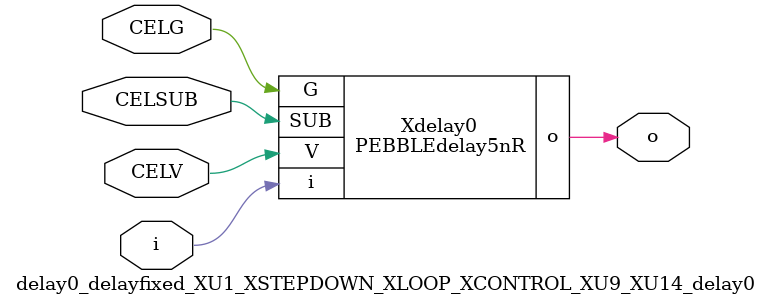
<source format=v>



module PEBBLEdelay5nR ( o, V, G, i, SUB );

  input V;
  input i;
  input G;
  output o;
  input SUB;
endmodule

//Celera Confidential Do Not Copy delay0_delayfixed_XU1_XSTEPDOWN_XLOOP_XCONTROL_XU9_XU14_delay0
//TYPE: fixed 5ns
module delay0_delayfixed_XU1_XSTEPDOWN_XLOOP_XCONTROL_XU9_XU14_delay0 (i, CELV, o,
CELG,CELSUB);
input CELV;
input i;
output o;
input CELSUB;
input CELG;

//Celera Confidential Do Not Copy delayfast0
PEBBLEdelay5nR Xdelay0(
.V (CELV),
.i (i),
.o (o),
.G (CELG),
.SUB (CELSUB)
);
//,diesize,PEBBLEdelay5nR

//Celera Confidential Do Not Copy Module End
//Celera Schematic Generator
endmodule

</source>
